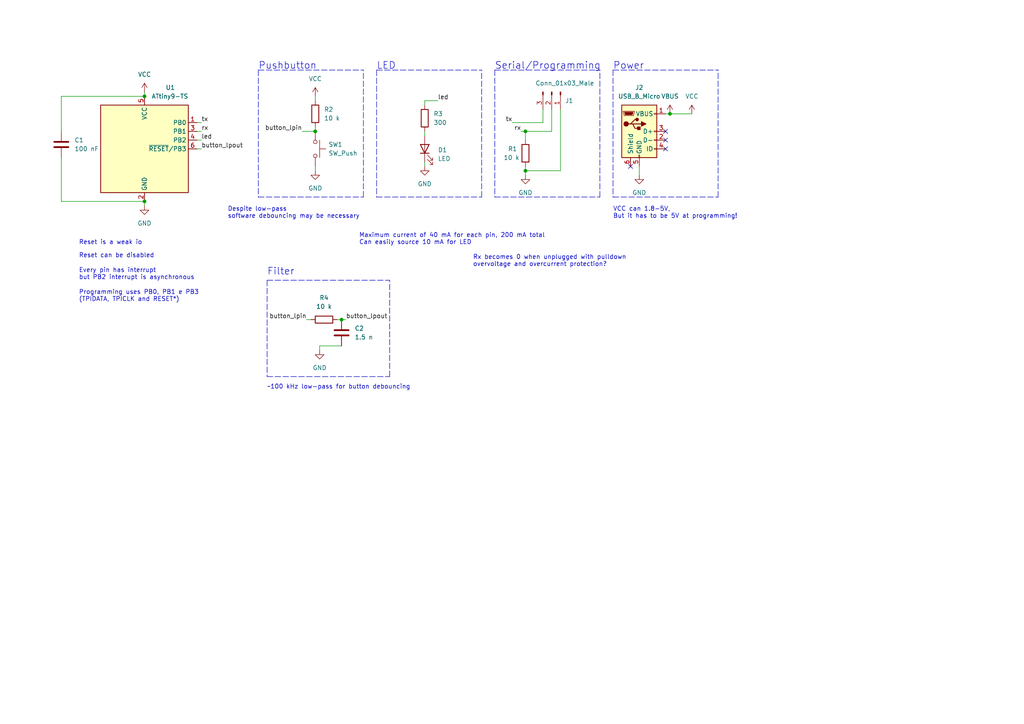
<source format=kicad_sch>
(kicad_sch (version 20211123) (generator eeschema)
  (paper "A4")
  (title_block (title "Ganesh Badge") (date "2022-09-14") (rev "1") (company "Ganesh"))
  (lib_symbols
    (symbol "Connector:Conn_01x03_Male" (pin_names (offset 1.016) hide)
      (property "Reference" "J" (at 0 5.08 0))
      (property "Value" "Conn_01x03_Male" (at 0 -5.08 0))
      (symbol "Conn_01x03_Male_1_1"
        (polyline (pts (xy 1.27 -2.54) (xy 0.8636 -2.54)) (stroke (width 0.1524)))
        (polyline (pts (xy 1.27 0) (xy 0.8636 0)) (stroke (width 0.1524)))
        (polyline (pts (xy 1.27 2.54) (xy 0.8636 2.54)) (stroke (width 0.1524)))
        (rectangle (start 0.8636 -2.413) (end 0 -2.667) (stroke (width 0.1524)) (fill (type outline)))
        (rectangle (start 0.8636 0.127) (end 0 -0.127) (stroke (width 0.1524)) (fill (type outline)))
        (rectangle (start 0.8636 2.667) (end 0 2.413) (stroke (width 0.1524)) (fill (type outline)))
        (pin passive line (at 5.08 2.54 180) (length 3.81) (name "Pin_1") (number "1"))
        (pin passive line (at 5.08 0 180) (length 3.81) (name "Pin_2") (number "2"))
        (pin passive line (at 5.08 -2.54 180) (length 3.81) (name "Pin_3") (number "3"))
      )
    )
    (symbol "Connector:USB_B_Micro" (pin_names (offset 1.016))
      (property "Reference" "J" (at -5.08 11.43 0))
      (property "Value" "USB_B_Micro" (at -5.08 8.89 0))
      (symbol "USB_B_Micro_0_1"
        (rectangle (start -5.08 -7.62) (end 5.08 7.62) (stroke (width 0.254)) (fill (type background)))
        (circle (center -3.81 2.159) (radius 0.635) (stroke (width 0.254)) (fill (type outline)))
        (circle (center -0.635 3.429) (radius 0.381) (stroke (width 0.254)) (fill (type outline)))
        (rectangle (start -0.127 -7.62) (end 0.127 -6.858))
        (polyline (pts (xy -1.905 2.159) (xy 0.635 2.159)) (stroke (width 0.254)))
        (polyline (pts (xy -3.175 2.159) (xy -2.54 2.159) (xy -1.27 3.429) (xy -0.635 3.429)) (stroke (width 0.254)))
        (polyline (pts (xy -2.54 2.159) (xy -1.905 2.159) (xy -1.27 0.889) (xy 0 0.889)) (stroke (width 0.254)))
        (polyline (pts (xy 0.635 2.794) (xy 0.635 1.524) (xy 1.905 2.159) (xy 0.635 2.794)) (stroke (width 0.254)) (fill (type outline)))
        (polyline (pts (xy -4.318 5.588) (xy -1.778 5.588) (xy -2.032 4.826) (xy -4.064 4.826) (xy -4.318 5.588)) (fill (type outline)))
        (polyline (pts (xy -4.699 5.842) (xy -4.699 5.588) (xy -4.445 4.826) (xy -4.445 4.572) (xy -1.651 4.572) (xy -1.651 4.826) (xy -1.397 5.588) (xy -1.397 5.842) (xy -4.699 5.842)))
        (rectangle (start 0.254 1.27) (end -0.508 0.508) (stroke (width 0.254)) (fill (type outline)))
        (rectangle (start 5.08 -5.207) (end 4.318 -4.953))
        (rectangle (start 5.08 -2.667) (end 4.318 -2.413))
        (rectangle (start 5.08 -0.127) (end 4.318 0.127))
        (rectangle (start 5.08 4.953) (end 4.318 5.207))
      )
      (symbol "USB_B_Micro_1_1"
        (pin power_out line (at 7.62 5.08 180) (length 2.54) (name "VBUS") (number "1"))
        (pin bidirectional line (at 7.62 -2.54 180) (length 2.54) (name "D-") (number "2"))
        (pin bidirectional line (at 7.62 0 180) (length 2.54) (name "D+") (number "3"))
        (pin passive line (at 7.62 -5.08 180) (length 2.54) (name "ID") (number "4"))
        (pin power_out line (at 0 -10.16 90) (length 2.54) (name "GND") (number "5"))
        (pin passive line (at -2.54 -10.16 90) (length 2.54) (name "Shield") (number "6"))
      )
    )
    (symbol "Device:C" (pin_numbers hide) (pin_names (offset 0.254))
      (property "Reference" "C" (at 0.635 2.54 0))
      (property "Value" "C" (at 0.635 -2.54 0))
      (symbol "C_0_1"
        (polyline (pts (xy -2.032 -0.762) (xy 2.032 -0.762)) (stroke (width 0.508)))
        (polyline (pts (xy -2.032 0.762) (xy 2.032 0.762)) (stroke (width 0.508)))
      )
      (symbol "C_1_1"
        (pin passive line (at 0 3.81 270) (length 2.794) (name "~") (number "1"))
        (pin passive line (at 0 -3.81 90) (length 2.794) (name "~") (number "2"))
      )
    )
    (symbol "Device:LED" (pin_numbers hide) (pin_names (offset 1.016) hide)
      (property "Reference" "D" (at 0 2.54 0))
      (property "Value" "LED" (at 0 -2.54 0))
      (symbol "LED_0_1"
        (polyline (pts (xy -1.27 -1.27) (xy -1.27 1.27)) (stroke (width 0.254)))
        (polyline (pts (xy -1.27 0) (xy 1.27 0)))
        (polyline (pts (xy 1.27 -1.27) (xy 1.27 1.27) (xy -1.27 0) (xy 1.27 -1.27)) (stroke (width 0.254)))
        (polyline (pts (xy -3.048 -0.762) (xy -4.572 -2.286) (xy -3.81 -2.286) (xy -4.572 -2.286) (xy -4.572 -1.524)))
        (polyline (pts (xy -1.778 -0.762) (xy -3.302 -2.286) (xy -2.54 -2.286) (xy -3.302 -2.286) (xy -3.302 -1.524)))
      )
      (symbol "LED_1_1"
        (pin passive line (at -3.81 0 0) (length 2.54) (name "K") (number "1"))
        (pin passive line (at 3.81 0 180) (length 2.54) (name "A") (number "2"))
      )
    )
    (symbol "Device:R" (pin_numbers hide) (pin_names (offset 0))
      (property "Reference" "R" (at 2.032 0 90))
      (property "Value" "R" (at 0 0 90))
      (symbol "R_0_1"
        (rectangle (start -1.016 -2.54) (end 1.016 2.54) (stroke (width 0.254)))
      )
      (symbol "R_1_1"
        (pin passive line (at 0 3.81 270) (length 1.27) (name "~") (number "1"))
        (pin passive line (at 0 -3.81 90) (length 1.27) (name "~") (number "2"))
      )
    )
    (symbol "MCU_Microchip_ATtiny:ATtiny9-TS"
      (property "Reference" "U" (at -12.7 13.97 0))
      (property "Value" "ATtiny9-TS" (at 2.54 -13.97 0))
      (symbol "ATtiny9-TS_0_1"
        (rectangle (start -12.7 -12.7) (end 12.7 12.7) (stroke (width 0.254)) (fill (type background)))
      )
      (symbol "ATtiny9-TS_1_1"
        (pin bidirectional line (at 15.24 7.62 180) (length 2.54) (name "PB0") (number "1"))
        (pin power_in line (at 0 -15.24 90) (length 2.54) (name "GND") (number "2"))
        (pin bidirectional line (at 15.24 5.08 180) (length 2.54) (name "PB1") (number "3"))
        (pin bidirectional line (at 15.24 2.54 180) (length 2.54) (name "PB2") (number "4"))
        (pin power_in line (at 0 15.24 270) (length 2.54) (name "VCC") (number "5"))
        (pin bidirectional line (at 15.24 0 180) (length 2.54) (name "~{RESET}/PB3") (number "6"))
      )
    )
    (symbol "Switch:SW_Push" (pin_numbers hide) (pin_names (offset 1.016) hide)
      (property "Reference" "SW" (at 1.27 2.54 0))
      (property "Value" "SW_Push" (at 0 -1.524 0))
      (symbol "SW_Push_0_1"
        (circle (center -2.032 0) (radius 0.508))
        (polyline (pts (xy 0 1.27) (xy 0 3.048)))
        (polyline (pts (xy 2.54 1.27) (xy -2.54 1.27)))
        (circle (center 2.032 0) (radius 0.508))
        (pin passive line (at -5.08 0 0) (length 2.54) (name "1") (number "1"))
        (pin passive line (at 5.08 0 180) (length 2.54) (name "2") (number "2"))
      )
    )
    (symbol "power:GND" (power) (pin_names (offset 0))
      (property "Value" "GND" (at 0 -3.81 0))
      (symbol "GND_0_1"
        (polyline (pts (xy 0 0) (xy 0 -1.27) (xy 1.27 -1.27) (xy 0 -2.54) (xy -1.27 -1.27) (xy 0 -1.27)))
      )
      (symbol "GND_1_1"
        (pin power_in line (at 0 0 270) (length 0) hide (name "GND") (number "1"))
      )
    )
    (symbol "power:VBUS" (power) (pin_names (offset 0))
      (property "Value" "VBUS" (at 0 3.81 0))
      (symbol "VBUS_0_1"
        (polyline (pts (xy -0.762 1.27) (xy 0 2.54)))
        (polyline (pts (xy 0 0) (xy 0 2.54)))
        (polyline (pts (xy 0 2.54) (xy 0.762 1.27)))
      )
      (symbol "VBUS_1_1"
        (pin power_in line (at 0 0 90) (length 0) hide (name "VBUS") (number "1"))
      )
    )
    (symbol "power:VCC" (power) (pin_names (offset 0))
      (property "Value" "VCC" (at 0 3.81 0))
      (symbol "VCC_0_1"
        (polyline (pts (xy -0.762 1.27) (xy 0 2.54)))
        (polyline (pts (xy 0 0) (xy 0 2.54)))
        (polyline (pts (xy 0 2.54) (xy 0.762 1.27)))
      )
      (symbol "VCC_1_1"
        (pin power_in line (at 0 0 90) (length 0) hide (name "VCC") (number "1"))
      )
    )
  )
  (junction (at 194.31 33.02))
  (junction (at 41.91 58.42))
  (junction (at 41.91 27.94))
  (junction (at 152.4 38.1))
  (junction (at 99.06 92.71))
  (junction (at 91.44 38.1))
  (junction (at 152.4 49.53))
  (no_connect (at 182.88 48.26))
  (no_connect (at 193.04 43.18))
  (no_connect (at 193.04 38.1))
  (no_connect (at 193.04 40.64))
  (wire (pts (xy 123.19 30.48) (xy 123.19 29.21)))
  (wire (pts (xy 17.78 27.94) (xy 17.78 38.1)))
  (polyline (pts (xy 143.51 20.32) (xy 173.99 20.32)))
  (wire (pts (xy 123.19 29.21) (xy 127 29.21)))
  (wire (pts (xy 41.91 26.67) (xy 41.91 27.94)))
  (wire (pts (xy 162.56 31.75) (xy 162.56 49.53)))
  (wire (pts (xy 123.19 38.1) (xy 123.19 39.37)))
  (wire (pts (xy 88.9 92.71) (xy 90.17 92.71)))
  (polyline (pts (xy 143.51 20.32) (xy 143.51 57.15)))
  (wire (pts (xy 162.56 49.53) (xy 152.4 49.53)))
  (wire (pts (xy 99.06 92.71) (xy 100.33 92.71)))
  (wire (pts (xy 41.91 27.94) (xy 17.78 27.94)))
  (wire (pts (xy 97.79 92.71) (xy 99.06 92.71)))
  (wire (pts (xy 91.44 27.94) (xy 91.44 29.21)))
  (polyline (pts (xy 77.47 109.22) (xy 113.03 109.22)))
  (polyline (pts (xy 109.22 57.15) (xy 139.7 57.15)))
  (wire (pts (xy 152.4 38.1) (xy 160.02 38.1)))
  (polyline (pts (xy 74.93 20.32) (xy 105.41 20.32)))
  (wire (pts (xy 123.19 46.99) (xy 123.19 48.26)))
  (polyline (pts (xy 74.93 57.15) (xy 105.41 57.15)))
  (wire (pts (xy 157.48 35.56) (xy 148.59 35.56)))
  (polyline (pts (xy 143.51 57.15) (xy 173.99 57.15)))
  (polyline (pts (xy 173.99 57.15) (xy 173.99 20.32)))
  (wire (pts (xy 151.13 38.1) (xy 152.4 38.1)))
  (wire (pts (xy 41.91 58.42) (xy 41.91 59.69)))
  (polyline (pts (xy 74.93 20.32) (xy 74.93 57.15)))
  (polyline (pts (xy 77.47 81.28) (xy 77.47 109.22)))
  (polyline (pts (xy 109.22 20.32) (xy 139.7 20.32)))
  (polyline (pts (xy 109.22 20.32) (xy 109.22 57.15)))
  (polyline (pts (xy 105.41 57.15) (xy 105.41 20.32)))
  (wire (pts (xy 57.15 35.56) (xy 58.42 35.56)))
  (polyline (pts (xy 77.47 81.28) (xy 113.03 81.28)))
  (wire (pts (xy 152.4 48.26) (xy 152.4 49.53)))
  (wire (pts (xy 91.44 48.26) (xy 91.44 49.53)))
  (wire (pts (xy 91.44 36.83) (xy 91.44 38.1)))
  (wire (pts (xy 92.71 100.33) (xy 99.06 100.33)))
  (wire (pts (xy 87.63 38.1) (xy 91.44 38.1)))
  (wire (pts (xy 152.4 49.53) (xy 152.4 50.8)))
  (wire (pts (xy 57.15 43.18) (xy 58.42 43.18)))
  (polyline (pts (xy 113.03 109.22) (xy 113.03 81.28)))
  (wire (pts (xy 17.78 45.72) (xy 17.78 58.42)))
  (wire (pts (xy 57.15 40.64) (xy 58.42 40.64)))
  (wire (pts (xy 92.71 100.33) (xy 92.71 101.6)))
  (wire (pts (xy 157.48 31.75) (xy 157.48 35.56)))
  (polyline (pts (xy 139.7 57.15) (xy 139.7 20.32)))
  (polyline (pts (xy 177.8 20.32) (xy 177.8 57.15)))
  (polyline (pts (xy 177.8 20.32) (xy 208.28 20.32)))
  (wire (pts (xy 57.15 38.1) (xy 58.42 38.1)))
  (polyline (pts (xy 208.28 57.15) (xy 208.28 20.32)))
  (wire (pts (xy 17.78 58.42) (xy 41.91 58.42)))
  (wire (pts (xy 193.04 33.02) (xy 194.31 33.02)))
  (polyline (pts (xy 177.8 57.15) (xy 208.28 57.15)))
  (wire (pts (xy 194.31 33.02) (xy 200.66 33.02)))
  (wire (pts (xy 185.42 48.26) (xy 185.42 50.8)))
  (wire (pts (xy 152.4 38.1) (xy 152.4 40.64)))
  (wire (pts (xy 160.02 31.75) (xy 160.02 38.1)))
  (text "Despite low-pass\nsoftware debouncing may be necessary" (at 66.04 63.5 0) (effects (font (size 1.27 1.27)) (justify left bottom)))
  (text "Maximum current of 40 mA for each pin, 200 mA total\nCan easily source 10 mA for LED" (at 104.14 71.12 0) (effects (font (size 1.27 1.27)) (justify left bottom)))
  (text "Filter" (at 77.47 80.01 0) (effects (font (size 2 2)) (justify left bottom)))
  (text "~100 kHz low-pass for button debouncing" (at 77.47 113.03 0) (effects (font (size 1.27 1.27)) (justify left bottom)))
  (text "Programming uses PB0, PB1 e PB3\n(TPIDATA, TPICLK and RESET*)" (at 22.86 87.63 0) (effects (font (size 1.27 1.27)) (justify left bottom)))
  (text "Reset can be disabled" (at 22.86 74.93 0) (effects (font (size 1.27 1.27)) (justify left bottom)))
  (text "Rx becomes 0 when unplugged with pulldown\novervoltage and overcurrent protection?" (at 137.16 77.47 0) (effects (font (size 1.27 1.27)) (justify left bottom)))
  (text "Serial/Programming" (at 143.51 20.32 0) (effects (font (size 2 2)) (justify left bottom)))
  (text "VCC can 1.8-5V,\nBut it has to be 5V at programming!" (at 177.8 63.5 0) (effects (font (size 1.27 1.27)) (justify left bottom)))
  (text "Pushbutton" (at 74.93 20.32 0) (effects (font (size 2 2)) (justify left bottom)))
  (text "Power" (at 177.8 20.32 0) (effects (font (size 2 2)) (justify left bottom)))
  (text "Every pin has interrupt\nbut PB2 interrupt is asynchronous" (at 22.86 81.28 0) (effects (font (size 1.27 1.27)) (justify left bottom)))
  (text "LED" (at 109.22 20.32 0) (effects (font (size 2 2)) (justify left bottom)))
  (text "Reset is a weak io" (at 22.86 71.12 0) (effects (font (size 1.27 1.27)) (justify left bottom)))
  (label "button_lpin" (at 88.9 92.71 180))
  (label "button_lpin" (at 87.63 38.1 180))
  (label "button_lpout" (at 100.33 92.71 0))
  (label "tx" (at 148.59 35.56 180))
  (label "button_lpout" (at 58.42 43.18 0))
  (label "tx" (at 58.42 35.56 0))
  (label "rx" (at 58.42 38.1 0))
  (label "led" (at 127 29.21 0))
  (label "rx" (at 151.13 38.1 180))
  (label "led" (at 58.42 40.64 0))
  (symbol (lib_id "power:VCC") (at 41.91 26.67 0) (unit 1)
    (property "Reference" "#PWR01" (effects hide))
    (property "Value" "VCC" (at 41.91 21.59 0))
  )
  (symbol (lib_id "Device:C") (at 17.78 41.91 0) (unit 1)
    (property "Reference" "C1" (at 21.59 40.6399 0) (effects (justify left)))
    (property "Value" "100 nF" (at 21.59 43.1799 0) (effects (justify left)))
    (property "Footprint" "Capacitor_SMD:C_0603_1608Metric" (effects hide))
  )
  (symbol (lib_id "Connector:USB_B_Micro") (at 185.42 38.1 0) (unit 1)
    (property "Reference" "J2" (at 185.42 25.4 0))
    (property "Value" "USB_B_Micro" (at 185.42 27.94 0))
    (property "Footprint" "Custom_Footprints:MicroQTJ_2pads" (effects hide))
  )
  (symbol (lib_id "Connector:Conn_01x03_Male") (at 160.02 26.67 270) (unit 1) (in_bom no)
    (property "Reference" "J1" (at 165.1 29.21 90))
    (property "Value" "Conn_01x03_Male" (at 163.83 24.13 90))
    (property "Footprint" "Connector_PinHeader_2.00mm:PinHeader_1x03_P2.00mm_Vertical" (effects hide))
  )
  (symbol (lib_id "Device:C") (at 99.06 96.52 0) (unit 1)
    (property "Reference" "C2" (at 102.87 95.2499 0) (effects (justify left)))
    (property "Value" "1.5 n" (at 102.87 97.7899 0) (effects (justify left)))
    (property "Footprint" "Capacitor_SMD:C_0603_1608Metric" (effects hide))
  )
  (symbol (lib_id "power:VBUS") (at 194.31 33.02 0) (unit 1)
    (property "Reference" "#PWR04" (effects hide))
    (property "Value" "VBUS" (at 194.31 27.94 0))
  )
  (symbol (lib_id "power:GND") (at 123.19 48.26 0) (unit 1)
    (property "Reference" "#PWR07" (effects hide))
    (property "Value" "GND" (at 123.19 53.34 0))
  )
  (symbol (lib_id "Switch:SW_Push") (at 91.44 43.18 270) (unit 1)
    (property "Reference" "SW1" (at 95.25 41.9099 90) (effects (justify left)))
    (property "Value" "SW_Push" (at 95.25 44.4499 90) (effects (justify left)))
    (property "Footprint" "Custom_Footprints:TS-1187A-B-A-B" (effects hide))
  )
  (symbol (lib_id "power:GND") (at 91.44 49.53 0) (unit 1)
    (property "Reference" "#PWR08" (effects hide))
    (property "Value" "GND" (at 91.44 54.61 0))
  )
  (symbol (lib_id "Device:R") (at 123.19 34.29 0) (unit 1)
    (property "Reference" "R3" (at 125.73 33.0199 0) (effects (justify left)))
    (property "Value" "300" (at 125.73 35.5599 0) (effects (justify left)))
    (property "Footprint" "Resistor_SMD:R_0603_1608Metric" (effects hide))
  )
  (symbol (lib_id "power:GND") (at 92.71 101.6 0) (unit 1)
    (property "Reference" "#PWR011" (effects hide))
    (property "Value" "GND" (at 92.71 106.68 0))
  )
  (symbol (lib_id "power:VCC") (at 91.44 27.94 0) (unit 1)
    (property "Reference" "#PWR03" (effects hide))
    (property "Value" "VCC" (at 91.44 22.86 0))
  )
  (symbol (lib_id "Device:R") (at 93.98 92.71 90) (unit 1)
    (property "Reference" "R4" (at 93.98 86.36 90))
    (property "Value" "10 k" (at 93.98 88.9 90))
    (property "Footprint" "Resistor_SMD:R_0603_1608Metric" (effects hide))
  )
  (symbol (lib_id "power:VCC") (at 200.66 33.02 0) (unit 1)
    (property "Reference" "#PWR05" (effects hide))
    (property "Value" "VCC" (at 200.66 27.94 0))
  )
  (symbol (lib_id "power:GND") (at 152.4 50.8 0) (unit 1)
    (property "Reference" "#PWR06" (effects hide))
    (property "Value" "GND" (at 152.4 55.88 0))
  )
  (symbol (lib_id "power:GND") (at 185.42 50.8 0) (unit 1)
    (property "Reference" "#PWR09" (effects hide))
    (property "Value" "GND" (at 185.42 55.88 0))
  )
  (symbol (lib_id "power:GND") (at 41.91 59.69 0) (unit 1)
    (property "Reference" "#PWR010" (effects hide))
    (property "Value" "GND" (at 41.91 64.77 0))
  )
  (symbol (lib_id "Device:LED") (at 123.19 43.18 90) (unit 1)
    (property "Reference" "D1" (at 127 43.4974 90) (effects (justify right)))
    (property "Value" "LED" (at 127 46.0374 90) (effects (justify right)))
    (property "Footprint" "LED_SMD:LED_0603_1608Metric" (effects hide))
  )
  (symbol (lib_id "Device:R") (at 152.4 44.45 0) (unit 1)
    (property "Reference" "R1" (at 147.32 43.18 0) (effects (justify left)))
    (property "Value" "10 k" (at 146.05 45.72 0) (effects (justify left)))
    (property "Footprint" "Resistor_SMD:R_0603_1608Metric" (effects hide))
  )
  (symbol (lib_id "MCU_Microchip_ATtiny:ATtiny9-TS") (at 41.91 43.18 0) (unit 1)
    (property "Reference" "U1" (at 50.8 25.4 0) (effects (justify right)))
    (property "Value" "ATtiny9-TS" (at 54.61 27.94 0) (effects (justify right)))
    (property "Footprint" "Custom_Footprints:SOT-23-6_narrow" (effects hide))
    (property "Datasheet" "http://ww1.microchip.com/downloads/en/DeviceDoc/Atmel-8127-AVR-8-bit-Microcontroller-ATtiny4-ATtiny5-ATtiny9-ATtiny10_Datasheet.pdf" (effects hide))
  )
  (symbol (lib_id "Device:R") (at 91.44 33.02 0) (unit 1)
    (property "Reference" "R2" (at 93.98 31.7499 0) (effects (justify left)))
    (property "Value" "10 k" (at 93.98 34.2899 0) (effects (justify left)))
    (property "Footprint" "Resistor_SMD:R_0603_1608Metric" (effects hide))
  )
)
</source>
